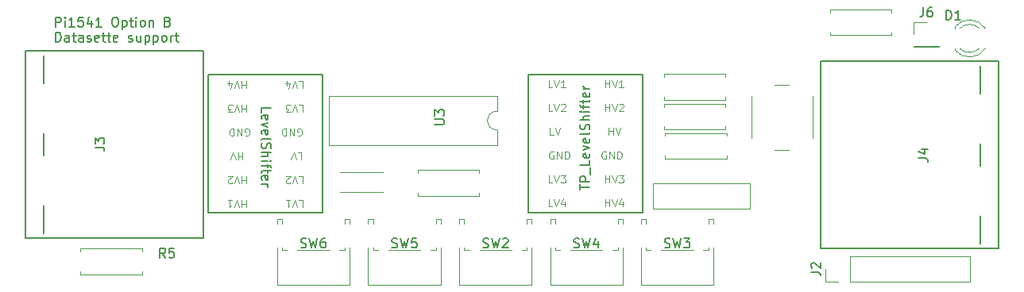
<source format=gto>
G04 #@! TF.GenerationSoftware,KiCad,Pcbnew,7.0.7*
G04 #@! TF.CreationDate,2023-09-14T21:09:40+02:00*
G04 #@! TF.ProjectId,Pi1541ZeroPCB2,50693135-3431-45a6-9572-6f504342322e,rev?*
G04 #@! TF.SameCoordinates,Original*
G04 #@! TF.FileFunction,Legend,Top*
G04 #@! TF.FilePolarity,Positive*
%FSLAX46Y46*%
G04 Gerber Fmt 4.6, Leading zero omitted, Abs format (unit mm)*
G04 Created by KiCad (PCBNEW 7.0.7) date 2023-09-14 21:09:40*
%MOMM*%
%LPD*%
G01*
G04 APERTURE LIST*
%ADD10C,0.150000*%
%ADD11C,0.110000*%
%ADD12C,0.120000*%
G04 APERTURE END LIST*
D10*
X83899989Y-72129015D02*
X83899989Y-71129015D01*
X83899989Y-71129015D02*
X84280941Y-71129015D01*
X84280941Y-71129015D02*
X84376179Y-71176634D01*
X84376179Y-71176634D02*
X84423798Y-71224253D01*
X84423798Y-71224253D02*
X84471417Y-71319491D01*
X84471417Y-71319491D02*
X84471417Y-71462348D01*
X84471417Y-71462348D02*
X84423798Y-71557586D01*
X84423798Y-71557586D02*
X84376179Y-71605205D01*
X84376179Y-71605205D02*
X84280941Y-71652824D01*
X84280941Y-71652824D02*
X83899989Y-71652824D01*
X84899989Y-72129015D02*
X84899989Y-71462348D01*
X84899989Y-71129015D02*
X84852370Y-71176634D01*
X84852370Y-71176634D02*
X84899989Y-71224253D01*
X84899989Y-71224253D02*
X84947608Y-71176634D01*
X84947608Y-71176634D02*
X84899989Y-71129015D01*
X84899989Y-71129015D02*
X84899989Y-71224253D01*
X85899988Y-72129015D02*
X85328560Y-72129015D01*
X85614274Y-72129015D02*
X85614274Y-71129015D01*
X85614274Y-71129015D02*
X85519036Y-71271872D01*
X85519036Y-71271872D02*
X85423798Y-71367110D01*
X85423798Y-71367110D02*
X85328560Y-71414729D01*
X86804750Y-71129015D02*
X86328560Y-71129015D01*
X86328560Y-71129015D02*
X86280941Y-71605205D01*
X86280941Y-71605205D02*
X86328560Y-71557586D01*
X86328560Y-71557586D02*
X86423798Y-71509967D01*
X86423798Y-71509967D02*
X86661893Y-71509967D01*
X86661893Y-71509967D02*
X86757131Y-71557586D01*
X86757131Y-71557586D02*
X86804750Y-71605205D01*
X86804750Y-71605205D02*
X86852369Y-71700443D01*
X86852369Y-71700443D02*
X86852369Y-71938538D01*
X86852369Y-71938538D02*
X86804750Y-72033776D01*
X86804750Y-72033776D02*
X86757131Y-72081396D01*
X86757131Y-72081396D02*
X86661893Y-72129015D01*
X86661893Y-72129015D02*
X86423798Y-72129015D01*
X86423798Y-72129015D02*
X86328560Y-72081396D01*
X86328560Y-72081396D02*
X86280941Y-72033776D01*
X87709512Y-71462348D02*
X87709512Y-72129015D01*
X87471417Y-71081396D02*
X87233322Y-71795681D01*
X87233322Y-71795681D02*
X87852369Y-71795681D01*
X88757131Y-72129015D02*
X88185703Y-72129015D01*
X88471417Y-72129015D02*
X88471417Y-71129015D01*
X88471417Y-71129015D02*
X88376179Y-71271872D01*
X88376179Y-71271872D02*
X88280941Y-71367110D01*
X88280941Y-71367110D02*
X88185703Y-71414729D01*
X90138084Y-71129015D02*
X90328560Y-71129015D01*
X90328560Y-71129015D02*
X90423798Y-71176634D01*
X90423798Y-71176634D02*
X90519036Y-71271872D01*
X90519036Y-71271872D02*
X90566655Y-71462348D01*
X90566655Y-71462348D02*
X90566655Y-71795681D01*
X90566655Y-71795681D02*
X90519036Y-71986157D01*
X90519036Y-71986157D02*
X90423798Y-72081396D01*
X90423798Y-72081396D02*
X90328560Y-72129015D01*
X90328560Y-72129015D02*
X90138084Y-72129015D01*
X90138084Y-72129015D02*
X90042846Y-72081396D01*
X90042846Y-72081396D02*
X89947608Y-71986157D01*
X89947608Y-71986157D02*
X89899989Y-71795681D01*
X89899989Y-71795681D02*
X89899989Y-71462348D01*
X89899989Y-71462348D02*
X89947608Y-71271872D01*
X89947608Y-71271872D02*
X90042846Y-71176634D01*
X90042846Y-71176634D02*
X90138084Y-71129015D01*
X90995227Y-71462348D02*
X90995227Y-72462348D01*
X90995227Y-71509967D02*
X91090465Y-71462348D01*
X91090465Y-71462348D02*
X91280941Y-71462348D01*
X91280941Y-71462348D02*
X91376179Y-71509967D01*
X91376179Y-71509967D02*
X91423798Y-71557586D01*
X91423798Y-71557586D02*
X91471417Y-71652824D01*
X91471417Y-71652824D02*
X91471417Y-71938538D01*
X91471417Y-71938538D02*
X91423798Y-72033776D01*
X91423798Y-72033776D02*
X91376179Y-72081396D01*
X91376179Y-72081396D02*
X91280941Y-72129015D01*
X91280941Y-72129015D02*
X91090465Y-72129015D01*
X91090465Y-72129015D02*
X90995227Y-72081396D01*
X91757132Y-71462348D02*
X92138084Y-71462348D01*
X91899989Y-71129015D02*
X91899989Y-71986157D01*
X91899989Y-71986157D02*
X91947608Y-72081396D01*
X91947608Y-72081396D02*
X92042846Y-72129015D01*
X92042846Y-72129015D02*
X92138084Y-72129015D01*
X92471418Y-72129015D02*
X92471418Y-71462348D01*
X92471418Y-71129015D02*
X92423799Y-71176634D01*
X92423799Y-71176634D02*
X92471418Y-71224253D01*
X92471418Y-71224253D02*
X92519037Y-71176634D01*
X92519037Y-71176634D02*
X92471418Y-71129015D01*
X92471418Y-71129015D02*
X92471418Y-71224253D01*
X93090465Y-72129015D02*
X92995227Y-72081396D01*
X92995227Y-72081396D02*
X92947608Y-72033776D01*
X92947608Y-72033776D02*
X92899989Y-71938538D01*
X92899989Y-71938538D02*
X92899989Y-71652824D01*
X92899989Y-71652824D02*
X92947608Y-71557586D01*
X92947608Y-71557586D02*
X92995227Y-71509967D01*
X92995227Y-71509967D02*
X93090465Y-71462348D01*
X93090465Y-71462348D02*
X93233322Y-71462348D01*
X93233322Y-71462348D02*
X93328560Y-71509967D01*
X93328560Y-71509967D02*
X93376179Y-71557586D01*
X93376179Y-71557586D02*
X93423798Y-71652824D01*
X93423798Y-71652824D02*
X93423798Y-71938538D01*
X93423798Y-71938538D02*
X93376179Y-72033776D01*
X93376179Y-72033776D02*
X93328560Y-72081396D01*
X93328560Y-72081396D02*
X93233322Y-72129015D01*
X93233322Y-72129015D02*
X93090465Y-72129015D01*
X93852370Y-71462348D02*
X93852370Y-72129015D01*
X93852370Y-71557586D02*
X93899989Y-71509967D01*
X93899989Y-71509967D02*
X93995227Y-71462348D01*
X93995227Y-71462348D02*
X94138084Y-71462348D01*
X94138084Y-71462348D02*
X94233322Y-71509967D01*
X94233322Y-71509967D02*
X94280941Y-71605205D01*
X94280941Y-71605205D02*
X94280941Y-72129015D01*
X95852370Y-71605205D02*
X95995227Y-71652824D01*
X95995227Y-71652824D02*
X96042846Y-71700443D01*
X96042846Y-71700443D02*
X96090465Y-71795681D01*
X96090465Y-71795681D02*
X96090465Y-71938538D01*
X96090465Y-71938538D02*
X96042846Y-72033776D01*
X96042846Y-72033776D02*
X95995227Y-72081396D01*
X95995227Y-72081396D02*
X95899989Y-72129015D01*
X95899989Y-72129015D02*
X95519037Y-72129015D01*
X95519037Y-72129015D02*
X95519037Y-71129015D01*
X95519037Y-71129015D02*
X95852370Y-71129015D01*
X95852370Y-71129015D02*
X95947608Y-71176634D01*
X95947608Y-71176634D02*
X95995227Y-71224253D01*
X95995227Y-71224253D02*
X96042846Y-71319491D01*
X96042846Y-71319491D02*
X96042846Y-71414729D01*
X96042846Y-71414729D02*
X95995227Y-71509967D01*
X95995227Y-71509967D02*
X95947608Y-71557586D01*
X95947608Y-71557586D02*
X95852370Y-71605205D01*
X95852370Y-71605205D02*
X95519037Y-71605205D01*
X83899989Y-73739015D02*
X83899989Y-72739015D01*
X83899989Y-72739015D02*
X84138084Y-72739015D01*
X84138084Y-72739015D02*
X84280941Y-72786634D01*
X84280941Y-72786634D02*
X84376179Y-72881872D01*
X84376179Y-72881872D02*
X84423798Y-72977110D01*
X84423798Y-72977110D02*
X84471417Y-73167586D01*
X84471417Y-73167586D02*
X84471417Y-73310443D01*
X84471417Y-73310443D02*
X84423798Y-73500919D01*
X84423798Y-73500919D02*
X84376179Y-73596157D01*
X84376179Y-73596157D02*
X84280941Y-73691396D01*
X84280941Y-73691396D02*
X84138084Y-73739015D01*
X84138084Y-73739015D02*
X83899989Y-73739015D01*
X85328560Y-73739015D02*
X85328560Y-73215205D01*
X85328560Y-73215205D02*
X85280941Y-73119967D01*
X85280941Y-73119967D02*
X85185703Y-73072348D01*
X85185703Y-73072348D02*
X84995227Y-73072348D01*
X84995227Y-73072348D02*
X84899989Y-73119967D01*
X85328560Y-73691396D02*
X85233322Y-73739015D01*
X85233322Y-73739015D02*
X84995227Y-73739015D01*
X84995227Y-73739015D02*
X84899989Y-73691396D01*
X84899989Y-73691396D02*
X84852370Y-73596157D01*
X84852370Y-73596157D02*
X84852370Y-73500919D01*
X84852370Y-73500919D02*
X84899989Y-73405681D01*
X84899989Y-73405681D02*
X84995227Y-73358062D01*
X84995227Y-73358062D02*
X85233322Y-73358062D01*
X85233322Y-73358062D02*
X85328560Y-73310443D01*
X85661894Y-73072348D02*
X86042846Y-73072348D01*
X85804751Y-72739015D02*
X85804751Y-73596157D01*
X85804751Y-73596157D02*
X85852370Y-73691396D01*
X85852370Y-73691396D02*
X85947608Y-73739015D01*
X85947608Y-73739015D02*
X86042846Y-73739015D01*
X86804751Y-73739015D02*
X86804751Y-73215205D01*
X86804751Y-73215205D02*
X86757132Y-73119967D01*
X86757132Y-73119967D02*
X86661894Y-73072348D01*
X86661894Y-73072348D02*
X86471418Y-73072348D01*
X86471418Y-73072348D02*
X86376180Y-73119967D01*
X86804751Y-73691396D02*
X86709513Y-73739015D01*
X86709513Y-73739015D02*
X86471418Y-73739015D01*
X86471418Y-73739015D02*
X86376180Y-73691396D01*
X86376180Y-73691396D02*
X86328561Y-73596157D01*
X86328561Y-73596157D02*
X86328561Y-73500919D01*
X86328561Y-73500919D02*
X86376180Y-73405681D01*
X86376180Y-73405681D02*
X86471418Y-73358062D01*
X86471418Y-73358062D02*
X86709513Y-73358062D01*
X86709513Y-73358062D02*
X86804751Y-73310443D01*
X87233323Y-73691396D02*
X87328561Y-73739015D01*
X87328561Y-73739015D02*
X87519037Y-73739015D01*
X87519037Y-73739015D02*
X87614275Y-73691396D01*
X87614275Y-73691396D02*
X87661894Y-73596157D01*
X87661894Y-73596157D02*
X87661894Y-73548538D01*
X87661894Y-73548538D02*
X87614275Y-73453300D01*
X87614275Y-73453300D02*
X87519037Y-73405681D01*
X87519037Y-73405681D02*
X87376180Y-73405681D01*
X87376180Y-73405681D02*
X87280942Y-73358062D01*
X87280942Y-73358062D02*
X87233323Y-73262824D01*
X87233323Y-73262824D02*
X87233323Y-73215205D01*
X87233323Y-73215205D02*
X87280942Y-73119967D01*
X87280942Y-73119967D02*
X87376180Y-73072348D01*
X87376180Y-73072348D02*
X87519037Y-73072348D01*
X87519037Y-73072348D02*
X87614275Y-73119967D01*
X88471418Y-73691396D02*
X88376180Y-73739015D01*
X88376180Y-73739015D02*
X88185704Y-73739015D01*
X88185704Y-73739015D02*
X88090466Y-73691396D01*
X88090466Y-73691396D02*
X88042847Y-73596157D01*
X88042847Y-73596157D02*
X88042847Y-73215205D01*
X88042847Y-73215205D02*
X88090466Y-73119967D01*
X88090466Y-73119967D02*
X88185704Y-73072348D01*
X88185704Y-73072348D02*
X88376180Y-73072348D01*
X88376180Y-73072348D02*
X88471418Y-73119967D01*
X88471418Y-73119967D02*
X88519037Y-73215205D01*
X88519037Y-73215205D02*
X88519037Y-73310443D01*
X88519037Y-73310443D02*
X88042847Y-73405681D01*
X88804752Y-73072348D02*
X89185704Y-73072348D01*
X88947609Y-72739015D02*
X88947609Y-73596157D01*
X88947609Y-73596157D02*
X88995228Y-73691396D01*
X88995228Y-73691396D02*
X89090466Y-73739015D01*
X89090466Y-73739015D02*
X89185704Y-73739015D01*
X89376181Y-73072348D02*
X89757133Y-73072348D01*
X89519038Y-72739015D02*
X89519038Y-73596157D01*
X89519038Y-73596157D02*
X89566657Y-73691396D01*
X89566657Y-73691396D02*
X89661895Y-73739015D01*
X89661895Y-73739015D02*
X89757133Y-73739015D01*
X90471419Y-73691396D02*
X90376181Y-73739015D01*
X90376181Y-73739015D02*
X90185705Y-73739015D01*
X90185705Y-73739015D02*
X90090467Y-73691396D01*
X90090467Y-73691396D02*
X90042848Y-73596157D01*
X90042848Y-73596157D02*
X90042848Y-73215205D01*
X90042848Y-73215205D02*
X90090467Y-73119967D01*
X90090467Y-73119967D02*
X90185705Y-73072348D01*
X90185705Y-73072348D02*
X90376181Y-73072348D01*
X90376181Y-73072348D02*
X90471419Y-73119967D01*
X90471419Y-73119967D02*
X90519038Y-73215205D01*
X90519038Y-73215205D02*
X90519038Y-73310443D01*
X90519038Y-73310443D02*
X90042848Y-73405681D01*
X91661896Y-73691396D02*
X91757134Y-73739015D01*
X91757134Y-73739015D02*
X91947610Y-73739015D01*
X91947610Y-73739015D02*
X92042848Y-73691396D01*
X92042848Y-73691396D02*
X92090467Y-73596157D01*
X92090467Y-73596157D02*
X92090467Y-73548538D01*
X92090467Y-73548538D02*
X92042848Y-73453300D01*
X92042848Y-73453300D02*
X91947610Y-73405681D01*
X91947610Y-73405681D02*
X91804753Y-73405681D01*
X91804753Y-73405681D02*
X91709515Y-73358062D01*
X91709515Y-73358062D02*
X91661896Y-73262824D01*
X91661896Y-73262824D02*
X91661896Y-73215205D01*
X91661896Y-73215205D02*
X91709515Y-73119967D01*
X91709515Y-73119967D02*
X91804753Y-73072348D01*
X91804753Y-73072348D02*
X91947610Y-73072348D01*
X91947610Y-73072348D02*
X92042848Y-73119967D01*
X92947610Y-73072348D02*
X92947610Y-73739015D01*
X92519039Y-73072348D02*
X92519039Y-73596157D01*
X92519039Y-73596157D02*
X92566658Y-73691396D01*
X92566658Y-73691396D02*
X92661896Y-73739015D01*
X92661896Y-73739015D02*
X92804753Y-73739015D01*
X92804753Y-73739015D02*
X92899991Y-73691396D01*
X92899991Y-73691396D02*
X92947610Y-73643776D01*
X93423801Y-73072348D02*
X93423801Y-74072348D01*
X93423801Y-73119967D02*
X93519039Y-73072348D01*
X93519039Y-73072348D02*
X93709515Y-73072348D01*
X93709515Y-73072348D02*
X93804753Y-73119967D01*
X93804753Y-73119967D02*
X93852372Y-73167586D01*
X93852372Y-73167586D02*
X93899991Y-73262824D01*
X93899991Y-73262824D02*
X93899991Y-73548538D01*
X93899991Y-73548538D02*
X93852372Y-73643776D01*
X93852372Y-73643776D02*
X93804753Y-73691396D01*
X93804753Y-73691396D02*
X93709515Y-73739015D01*
X93709515Y-73739015D02*
X93519039Y-73739015D01*
X93519039Y-73739015D02*
X93423801Y-73691396D01*
X94328563Y-73072348D02*
X94328563Y-74072348D01*
X94328563Y-73119967D02*
X94423801Y-73072348D01*
X94423801Y-73072348D02*
X94614277Y-73072348D01*
X94614277Y-73072348D02*
X94709515Y-73119967D01*
X94709515Y-73119967D02*
X94757134Y-73167586D01*
X94757134Y-73167586D02*
X94804753Y-73262824D01*
X94804753Y-73262824D02*
X94804753Y-73548538D01*
X94804753Y-73548538D02*
X94757134Y-73643776D01*
X94757134Y-73643776D02*
X94709515Y-73691396D01*
X94709515Y-73691396D02*
X94614277Y-73739015D01*
X94614277Y-73739015D02*
X94423801Y-73739015D01*
X94423801Y-73739015D02*
X94328563Y-73691396D01*
X95376182Y-73739015D02*
X95280944Y-73691396D01*
X95280944Y-73691396D02*
X95233325Y-73643776D01*
X95233325Y-73643776D02*
X95185706Y-73548538D01*
X95185706Y-73548538D02*
X95185706Y-73262824D01*
X95185706Y-73262824D02*
X95233325Y-73167586D01*
X95233325Y-73167586D02*
X95280944Y-73119967D01*
X95280944Y-73119967D02*
X95376182Y-73072348D01*
X95376182Y-73072348D02*
X95519039Y-73072348D01*
X95519039Y-73072348D02*
X95614277Y-73119967D01*
X95614277Y-73119967D02*
X95661896Y-73167586D01*
X95661896Y-73167586D02*
X95709515Y-73262824D01*
X95709515Y-73262824D02*
X95709515Y-73548538D01*
X95709515Y-73548538D02*
X95661896Y-73643776D01*
X95661896Y-73643776D02*
X95614277Y-73691396D01*
X95614277Y-73691396D02*
X95519039Y-73739015D01*
X95519039Y-73739015D02*
X95376182Y-73739015D01*
X96138087Y-73739015D02*
X96138087Y-73072348D01*
X96138087Y-73262824D02*
X96185706Y-73167586D01*
X96185706Y-73167586D02*
X96233325Y-73119967D01*
X96233325Y-73119967D02*
X96328563Y-73072348D01*
X96328563Y-73072348D02*
X96423801Y-73072348D01*
X96614278Y-73072348D02*
X96995230Y-73072348D01*
X96757135Y-72739015D02*
X96757135Y-73596157D01*
X96757135Y-73596157D02*
X96804754Y-73691396D01*
X96804754Y-73691396D02*
X96899992Y-73739015D01*
X96899992Y-73739015D02*
X96995230Y-73739015D01*
X176349537Y-70077452D02*
X176349537Y-70791737D01*
X176349537Y-70791737D02*
X176301918Y-70934594D01*
X176301918Y-70934594D02*
X176206680Y-71029833D01*
X176206680Y-71029833D02*
X176063823Y-71077452D01*
X176063823Y-71077452D02*
X175968585Y-71077452D01*
X177254299Y-70077452D02*
X177063823Y-70077452D01*
X177063823Y-70077452D02*
X176968585Y-70125071D01*
X176968585Y-70125071D02*
X176920966Y-70172690D01*
X176920966Y-70172690D02*
X176825728Y-70315547D01*
X176825728Y-70315547D02*
X176778109Y-70506023D01*
X176778109Y-70506023D02*
X176778109Y-70886975D01*
X176778109Y-70886975D02*
X176825728Y-70982213D01*
X176825728Y-70982213D02*
X176873347Y-71029833D01*
X176873347Y-71029833D02*
X176968585Y-71077452D01*
X176968585Y-71077452D02*
X177159061Y-71077452D01*
X177159061Y-71077452D02*
X177254299Y-71029833D01*
X177254299Y-71029833D02*
X177301918Y-70982213D01*
X177301918Y-70982213D02*
X177349537Y-70886975D01*
X177349537Y-70886975D02*
X177349537Y-70648880D01*
X177349537Y-70648880D02*
X177301918Y-70553642D01*
X177301918Y-70553642D02*
X177254299Y-70506023D01*
X177254299Y-70506023D02*
X177159061Y-70458404D01*
X177159061Y-70458404D02*
X176968585Y-70458404D01*
X176968585Y-70458404D02*
X176873347Y-70506023D01*
X176873347Y-70506023D02*
X176825728Y-70553642D01*
X176825728Y-70553642D02*
X176778109Y-70648880D01*
X124293554Y-82569628D02*
X125103077Y-82569628D01*
X125103077Y-82569628D02*
X125198315Y-82522009D01*
X125198315Y-82522009D02*
X125245935Y-82474390D01*
X125245935Y-82474390D02*
X125293554Y-82379152D01*
X125293554Y-82379152D02*
X125293554Y-82188676D01*
X125293554Y-82188676D02*
X125245935Y-82093438D01*
X125245935Y-82093438D02*
X125198315Y-82045819D01*
X125198315Y-82045819D02*
X125103077Y-81998200D01*
X125103077Y-81998200D02*
X124293554Y-81998200D01*
X124293554Y-81617247D02*
X124293554Y-80998200D01*
X124293554Y-80998200D02*
X124674506Y-81331533D01*
X124674506Y-81331533D02*
X124674506Y-81188676D01*
X124674506Y-81188676D02*
X124722125Y-81093438D01*
X124722125Y-81093438D02*
X124769744Y-81045819D01*
X124769744Y-81045819D02*
X124864982Y-80998200D01*
X124864982Y-80998200D02*
X125103077Y-80998200D01*
X125103077Y-80998200D02*
X125198315Y-81045819D01*
X125198315Y-81045819D02*
X125245935Y-81093438D01*
X125245935Y-81093438D02*
X125293554Y-81188676D01*
X125293554Y-81188676D02*
X125293554Y-81474390D01*
X125293554Y-81474390D02*
X125245935Y-81569628D01*
X125245935Y-81569628D02*
X125198315Y-81617247D01*
X178806731Y-71387441D02*
X178806731Y-70387441D01*
X178806731Y-70387441D02*
X179044826Y-70387441D01*
X179044826Y-70387441D02*
X179187683Y-70435060D01*
X179187683Y-70435060D02*
X179282921Y-70530298D01*
X179282921Y-70530298D02*
X179330540Y-70625536D01*
X179330540Y-70625536D02*
X179378159Y-70816012D01*
X179378159Y-70816012D02*
X179378159Y-70958869D01*
X179378159Y-70958869D02*
X179330540Y-71149345D01*
X179330540Y-71149345D02*
X179282921Y-71244583D01*
X179282921Y-71244583D02*
X179187683Y-71339822D01*
X179187683Y-71339822D02*
X179044826Y-71387441D01*
X179044826Y-71387441D02*
X178806731Y-71387441D01*
X180330540Y-71387441D02*
X179759112Y-71387441D01*
X180044826Y-71387441D02*
X180044826Y-70387441D01*
X180044826Y-70387441D02*
X179949588Y-70530298D01*
X179949588Y-70530298D02*
X179854350Y-70625536D01*
X179854350Y-70625536D02*
X179759112Y-70673155D01*
X129442457Y-95670687D02*
X129585314Y-95718306D01*
X129585314Y-95718306D02*
X129823409Y-95718306D01*
X129823409Y-95718306D02*
X129918647Y-95670687D01*
X129918647Y-95670687D02*
X129966266Y-95623067D01*
X129966266Y-95623067D02*
X130013885Y-95527829D01*
X130013885Y-95527829D02*
X130013885Y-95432591D01*
X130013885Y-95432591D02*
X129966266Y-95337353D01*
X129966266Y-95337353D02*
X129918647Y-95289734D01*
X129918647Y-95289734D02*
X129823409Y-95242115D01*
X129823409Y-95242115D02*
X129632933Y-95194496D01*
X129632933Y-95194496D02*
X129537695Y-95146877D01*
X129537695Y-95146877D02*
X129490076Y-95099258D01*
X129490076Y-95099258D02*
X129442457Y-95004020D01*
X129442457Y-95004020D02*
X129442457Y-94908782D01*
X129442457Y-94908782D02*
X129490076Y-94813544D01*
X129490076Y-94813544D02*
X129537695Y-94765925D01*
X129537695Y-94765925D02*
X129632933Y-94718306D01*
X129632933Y-94718306D02*
X129871028Y-94718306D01*
X129871028Y-94718306D02*
X130013885Y-94765925D01*
X130347219Y-94718306D02*
X130585314Y-95718306D01*
X130585314Y-95718306D02*
X130775790Y-95004020D01*
X130775790Y-95004020D02*
X130966266Y-95718306D01*
X130966266Y-95718306D02*
X131204362Y-94718306D01*
X131537695Y-94813544D02*
X131585314Y-94765925D01*
X131585314Y-94765925D02*
X131680552Y-94718306D01*
X131680552Y-94718306D02*
X131918647Y-94718306D01*
X131918647Y-94718306D02*
X132013885Y-94765925D01*
X132013885Y-94765925D02*
X132061504Y-94813544D01*
X132061504Y-94813544D02*
X132109123Y-94908782D01*
X132109123Y-94908782D02*
X132109123Y-95004020D01*
X132109123Y-95004020D02*
X132061504Y-95146877D01*
X132061504Y-95146877D02*
X131490076Y-95718306D01*
X131490076Y-95718306D02*
X132109123Y-95718306D01*
X88081608Y-85010503D02*
X88795893Y-85010503D01*
X88795893Y-85010503D02*
X88938750Y-85058122D01*
X88938750Y-85058122D02*
X89033989Y-85153360D01*
X89033989Y-85153360D02*
X89081608Y-85296217D01*
X89081608Y-85296217D02*
X89081608Y-85391455D01*
X88081608Y-84629550D02*
X88081608Y-84010503D01*
X88081608Y-84010503D02*
X88462560Y-84343836D01*
X88462560Y-84343836D02*
X88462560Y-84200979D01*
X88462560Y-84200979D02*
X88510179Y-84105741D01*
X88510179Y-84105741D02*
X88557798Y-84058122D01*
X88557798Y-84058122D02*
X88653036Y-84010503D01*
X88653036Y-84010503D02*
X88891131Y-84010503D01*
X88891131Y-84010503D02*
X88986369Y-84058122D01*
X88986369Y-84058122D02*
X89033989Y-84105741D01*
X89033989Y-84105741D02*
X89081608Y-84200979D01*
X89081608Y-84200979D02*
X89081608Y-84486693D01*
X89081608Y-84486693D02*
X89033989Y-84581931D01*
X89033989Y-84581931D02*
X88986369Y-84629550D01*
X119720300Y-95670687D02*
X119863157Y-95718306D01*
X119863157Y-95718306D02*
X120101252Y-95718306D01*
X120101252Y-95718306D02*
X120196490Y-95670687D01*
X120196490Y-95670687D02*
X120244109Y-95623067D01*
X120244109Y-95623067D02*
X120291728Y-95527829D01*
X120291728Y-95527829D02*
X120291728Y-95432591D01*
X120291728Y-95432591D02*
X120244109Y-95337353D01*
X120244109Y-95337353D02*
X120196490Y-95289734D01*
X120196490Y-95289734D02*
X120101252Y-95242115D01*
X120101252Y-95242115D02*
X119910776Y-95194496D01*
X119910776Y-95194496D02*
X119815538Y-95146877D01*
X119815538Y-95146877D02*
X119767919Y-95099258D01*
X119767919Y-95099258D02*
X119720300Y-95004020D01*
X119720300Y-95004020D02*
X119720300Y-94908782D01*
X119720300Y-94908782D02*
X119767919Y-94813544D01*
X119767919Y-94813544D02*
X119815538Y-94765925D01*
X119815538Y-94765925D02*
X119910776Y-94718306D01*
X119910776Y-94718306D02*
X120148871Y-94718306D01*
X120148871Y-94718306D02*
X120291728Y-94765925D01*
X120625062Y-94718306D02*
X120863157Y-95718306D01*
X120863157Y-95718306D02*
X121053633Y-95004020D01*
X121053633Y-95004020D02*
X121244109Y-95718306D01*
X121244109Y-95718306D02*
X121482205Y-94718306D01*
X122339347Y-94718306D02*
X121863157Y-94718306D01*
X121863157Y-94718306D02*
X121815538Y-95194496D01*
X121815538Y-95194496D02*
X121863157Y-95146877D01*
X121863157Y-95146877D02*
X121958395Y-95099258D01*
X121958395Y-95099258D02*
X122196490Y-95099258D01*
X122196490Y-95099258D02*
X122291728Y-95146877D01*
X122291728Y-95146877D02*
X122339347Y-95194496D01*
X122339347Y-95194496D02*
X122386966Y-95289734D01*
X122386966Y-95289734D02*
X122386966Y-95527829D01*
X122386966Y-95527829D02*
X122339347Y-95623067D01*
X122339347Y-95623067D02*
X122291728Y-95670687D01*
X122291728Y-95670687D02*
X122196490Y-95718306D01*
X122196490Y-95718306D02*
X121958395Y-95718306D01*
X121958395Y-95718306D02*
X121863157Y-95670687D01*
X121863157Y-95670687D02*
X121815538Y-95623067D01*
X110014123Y-95670687D02*
X110156980Y-95718306D01*
X110156980Y-95718306D02*
X110395075Y-95718306D01*
X110395075Y-95718306D02*
X110490313Y-95670687D01*
X110490313Y-95670687D02*
X110537932Y-95623067D01*
X110537932Y-95623067D02*
X110585551Y-95527829D01*
X110585551Y-95527829D02*
X110585551Y-95432591D01*
X110585551Y-95432591D02*
X110537932Y-95337353D01*
X110537932Y-95337353D02*
X110490313Y-95289734D01*
X110490313Y-95289734D02*
X110395075Y-95242115D01*
X110395075Y-95242115D02*
X110204599Y-95194496D01*
X110204599Y-95194496D02*
X110109361Y-95146877D01*
X110109361Y-95146877D02*
X110061742Y-95099258D01*
X110061742Y-95099258D02*
X110014123Y-95004020D01*
X110014123Y-95004020D02*
X110014123Y-94908782D01*
X110014123Y-94908782D02*
X110061742Y-94813544D01*
X110061742Y-94813544D02*
X110109361Y-94765925D01*
X110109361Y-94765925D02*
X110204599Y-94718306D01*
X110204599Y-94718306D02*
X110442694Y-94718306D01*
X110442694Y-94718306D02*
X110585551Y-94765925D01*
X110918885Y-94718306D02*
X111156980Y-95718306D01*
X111156980Y-95718306D02*
X111347456Y-95004020D01*
X111347456Y-95004020D02*
X111537932Y-95718306D01*
X111537932Y-95718306D02*
X111776028Y-94718306D01*
X112585551Y-94718306D02*
X112395075Y-94718306D01*
X112395075Y-94718306D02*
X112299837Y-94765925D01*
X112299837Y-94765925D02*
X112252218Y-94813544D01*
X112252218Y-94813544D02*
X112156980Y-94956401D01*
X112156980Y-94956401D02*
X112109361Y-95146877D01*
X112109361Y-95146877D02*
X112109361Y-95527829D01*
X112109361Y-95527829D02*
X112156980Y-95623067D01*
X112156980Y-95623067D02*
X112204599Y-95670687D01*
X112204599Y-95670687D02*
X112299837Y-95718306D01*
X112299837Y-95718306D02*
X112490313Y-95718306D01*
X112490313Y-95718306D02*
X112585551Y-95670687D01*
X112585551Y-95670687D02*
X112633170Y-95623067D01*
X112633170Y-95623067D02*
X112680789Y-95527829D01*
X112680789Y-95527829D02*
X112680789Y-95289734D01*
X112680789Y-95289734D02*
X112633170Y-95194496D01*
X112633170Y-95194496D02*
X112585551Y-95146877D01*
X112585551Y-95146877D02*
X112490313Y-95099258D01*
X112490313Y-95099258D02*
X112299837Y-95099258D01*
X112299837Y-95099258D02*
X112204599Y-95146877D01*
X112204599Y-95146877D02*
X112156980Y-95194496D01*
X112156980Y-95194496D02*
X112109361Y-95289734D01*
X175858412Y-86140418D02*
X176572697Y-86140418D01*
X176572697Y-86140418D02*
X176715554Y-86188037D01*
X176715554Y-86188037D02*
X176810793Y-86283275D01*
X176810793Y-86283275D02*
X176858412Y-86426132D01*
X176858412Y-86426132D02*
X176858412Y-86521370D01*
X176191745Y-85235656D02*
X176858412Y-85235656D01*
X175810793Y-85473751D02*
X176525078Y-85711846D01*
X176525078Y-85711846D02*
X176525078Y-85092799D01*
X139116975Y-95670687D02*
X139259832Y-95718306D01*
X139259832Y-95718306D02*
X139497927Y-95718306D01*
X139497927Y-95718306D02*
X139593165Y-95670687D01*
X139593165Y-95670687D02*
X139640784Y-95623067D01*
X139640784Y-95623067D02*
X139688403Y-95527829D01*
X139688403Y-95527829D02*
X139688403Y-95432591D01*
X139688403Y-95432591D02*
X139640784Y-95337353D01*
X139640784Y-95337353D02*
X139593165Y-95289734D01*
X139593165Y-95289734D02*
X139497927Y-95242115D01*
X139497927Y-95242115D02*
X139307451Y-95194496D01*
X139307451Y-95194496D02*
X139212213Y-95146877D01*
X139212213Y-95146877D02*
X139164594Y-95099258D01*
X139164594Y-95099258D02*
X139116975Y-95004020D01*
X139116975Y-95004020D02*
X139116975Y-94908782D01*
X139116975Y-94908782D02*
X139164594Y-94813544D01*
X139164594Y-94813544D02*
X139212213Y-94765925D01*
X139212213Y-94765925D02*
X139307451Y-94718306D01*
X139307451Y-94718306D02*
X139545546Y-94718306D01*
X139545546Y-94718306D02*
X139688403Y-94765925D01*
X140021737Y-94718306D02*
X140259832Y-95718306D01*
X140259832Y-95718306D02*
X140450308Y-95004020D01*
X140450308Y-95004020D02*
X140640784Y-95718306D01*
X140640784Y-95718306D02*
X140878880Y-94718306D01*
X141688403Y-95051639D02*
X141688403Y-95718306D01*
X141450308Y-94670687D02*
X141212213Y-95384972D01*
X141212213Y-95384972D02*
X141831260Y-95384972D01*
X139800977Y-89540480D02*
X139800977Y-88969052D01*
X140800977Y-89254766D02*
X139800977Y-89254766D01*
X140800977Y-88635718D02*
X139800977Y-88635718D01*
X139800977Y-88635718D02*
X139800977Y-88254766D01*
X139800977Y-88254766D02*
X139848596Y-88159528D01*
X139848596Y-88159528D02*
X139896215Y-88111909D01*
X139896215Y-88111909D02*
X139991453Y-88064290D01*
X139991453Y-88064290D02*
X140134310Y-88064290D01*
X140134310Y-88064290D02*
X140229548Y-88111909D01*
X140229548Y-88111909D02*
X140277167Y-88159528D01*
X140277167Y-88159528D02*
X140324786Y-88254766D01*
X140324786Y-88254766D02*
X140324786Y-88635718D01*
X140896215Y-87873814D02*
X140896215Y-87111909D01*
X140800977Y-86397623D02*
X140800977Y-86873813D01*
X140800977Y-86873813D02*
X139800977Y-86873813D01*
X140753358Y-85683337D02*
X140800977Y-85778575D01*
X140800977Y-85778575D02*
X140800977Y-85969051D01*
X140800977Y-85969051D02*
X140753358Y-86064289D01*
X140753358Y-86064289D02*
X140658119Y-86111908D01*
X140658119Y-86111908D02*
X140277167Y-86111908D01*
X140277167Y-86111908D02*
X140181929Y-86064289D01*
X140181929Y-86064289D02*
X140134310Y-85969051D01*
X140134310Y-85969051D02*
X140134310Y-85778575D01*
X140134310Y-85778575D02*
X140181929Y-85683337D01*
X140181929Y-85683337D02*
X140277167Y-85635718D01*
X140277167Y-85635718D02*
X140372405Y-85635718D01*
X140372405Y-85635718D02*
X140467643Y-86111908D01*
X140134310Y-85302384D02*
X140800977Y-85064289D01*
X140800977Y-85064289D02*
X140134310Y-84826194D01*
X140753358Y-84064289D02*
X140800977Y-84159527D01*
X140800977Y-84159527D02*
X140800977Y-84350003D01*
X140800977Y-84350003D02*
X140753358Y-84445241D01*
X140753358Y-84445241D02*
X140658119Y-84492860D01*
X140658119Y-84492860D02*
X140277167Y-84492860D01*
X140277167Y-84492860D02*
X140181929Y-84445241D01*
X140181929Y-84445241D02*
X140134310Y-84350003D01*
X140134310Y-84350003D02*
X140134310Y-84159527D01*
X140134310Y-84159527D02*
X140181929Y-84064289D01*
X140181929Y-84064289D02*
X140277167Y-84016670D01*
X140277167Y-84016670D02*
X140372405Y-84016670D01*
X140372405Y-84016670D02*
X140467643Y-84492860D01*
X140800977Y-83445241D02*
X140753358Y-83540479D01*
X140753358Y-83540479D02*
X140658119Y-83588098D01*
X140658119Y-83588098D02*
X139800977Y-83588098D01*
X140753358Y-83111907D02*
X140800977Y-82969050D01*
X140800977Y-82969050D02*
X140800977Y-82730955D01*
X140800977Y-82730955D02*
X140753358Y-82635717D01*
X140753358Y-82635717D02*
X140705738Y-82588098D01*
X140705738Y-82588098D02*
X140610500Y-82540479D01*
X140610500Y-82540479D02*
X140515262Y-82540479D01*
X140515262Y-82540479D02*
X140420024Y-82588098D01*
X140420024Y-82588098D02*
X140372405Y-82635717D01*
X140372405Y-82635717D02*
X140324786Y-82730955D01*
X140324786Y-82730955D02*
X140277167Y-82921431D01*
X140277167Y-82921431D02*
X140229548Y-83016669D01*
X140229548Y-83016669D02*
X140181929Y-83064288D01*
X140181929Y-83064288D02*
X140086691Y-83111907D01*
X140086691Y-83111907D02*
X139991453Y-83111907D01*
X139991453Y-83111907D02*
X139896215Y-83064288D01*
X139896215Y-83064288D02*
X139848596Y-83016669D01*
X139848596Y-83016669D02*
X139800977Y-82921431D01*
X139800977Y-82921431D02*
X139800977Y-82683336D01*
X139800977Y-82683336D02*
X139848596Y-82540479D01*
X140800977Y-82111907D02*
X139800977Y-82111907D01*
X140800977Y-81683336D02*
X140277167Y-81683336D01*
X140277167Y-81683336D02*
X140181929Y-81730955D01*
X140181929Y-81730955D02*
X140134310Y-81826193D01*
X140134310Y-81826193D02*
X140134310Y-81969050D01*
X140134310Y-81969050D02*
X140181929Y-82064288D01*
X140181929Y-82064288D02*
X140229548Y-82111907D01*
X140800977Y-81207145D02*
X140134310Y-81207145D01*
X139800977Y-81207145D02*
X139848596Y-81254764D01*
X139848596Y-81254764D02*
X139896215Y-81207145D01*
X139896215Y-81207145D02*
X139848596Y-81159526D01*
X139848596Y-81159526D02*
X139800977Y-81207145D01*
X139800977Y-81207145D02*
X139896215Y-81207145D01*
X140134310Y-80873812D02*
X140134310Y-80492860D01*
X140800977Y-80730955D02*
X139943834Y-80730955D01*
X139943834Y-80730955D02*
X139848596Y-80683336D01*
X139848596Y-80683336D02*
X139800977Y-80588098D01*
X139800977Y-80588098D02*
X139800977Y-80492860D01*
X140134310Y-80302383D02*
X140134310Y-79921431D01*
X139800977Y-80159526D02*
X140658119Y-80159526D01*
X140658119Y-80159526D02*
X140753358Y-80111907D01*
X140753358Y-80111907D02*
X140800977Y-80016669D01*
X140800977Y-80016669D02*
X140800977Y-79921431D01*
X140753358Y-79207145D02*
X140800977Y-79302383D01*
X140800977Y-79302383D02*
X140800977Y-79492859D01*
X140800977Y-79492859D02*
X140753358Y-79588097D01*
X140753358Y-79588097D02*
X140658119Y-79635716D01*
X140658119Y-79635716D02*
X140277167Y-79635716D01*
X140277167Y-79635716D02*
X140181929Y-79588097D01*
X140181929Y-79588097D02*
X140134310Y-79492859D01*
X140134310Y-79492859D02*
X140134310Y-79302383D01*
X140134310Y-79302383D02*
X140181929Y-79207145D01*
X140181929Y-79207145D02*
X140277167Y-79159526D01*
X140277167Y-79159526D02*
X140372405Y-79159526D01*
X140372405Y-79159526D02*
X140467643Y-79635716D01*
X140800977Y-78730954D02*
X140134310Y-78730954D01*
X140324786Y-78730954D02*
X140229548Y-78683335D01*
X140229548Y-78683335D02*
X140181929Y-78635716D01*
X140181929Y-78635716D02*
X140134310Y-78540478D01*
X140134310Y-78540478D02*
X140134310Y-78445240D01*
D11*
X142454556Y-81170063D02*
X142454556Y-80370063D01*
X142454556Y-80751015D02*
X142911699Y-80751015D01*
X142911699Y-81170063D02*
X142911699Y-80370063D01*
X143178365Y-80370063D02*
X143445032Y-81170063D01*
X143445032Y-81170063D02*
X143711698Y-80370063D01*
X143940269Y-80446253D02*
X143978365Y-80408158D01*
X143978365Y-80408158D02*
X144054555Y-80370063D01*
X144054555Y-80370063D02*
X144245031Y-80370063D01*
X144245031Y-80370063D02*
X144321222Y-80408158D01*
X144321222Y-80408158D02*
X144359317Y-80446253D01*
X144359317Y-80446253D02*
X144397412Y-80522444D01*
X144397412Y-80522444D02*
X144397412Y-80598634D01*
X144397412Y-80598634D02*
X144359317Y-80712920D01*
X144359317Y-80712920D02*
X143902174Y-81170063D01*
X143902174Y-81170063D02*
X144397412Y-81170063D01*
X136961699Y-83710063D02*
X136580747Y-83710063D01*
X136580747Y-83710063D02*
X136580747Y-82910063D01*
X137114080Y-82910063D02*
X137380747Y-83710063D01*
X137380747Y-83710063D02*
X137647413Y-82910063D01*
X142454556Y-78630063D02*
X142454556Y-77830063D01*
X142454556Y-78211015D02*
X142911699Y-78211015D01*
X142911699Y-78630063D02*
X142911699Y-77830063D01*
X143178365Y-77830063D02*
X143445032Y-78630063D01*
X143445032Y-78630063D02*
X143711698Y-77830063D01*
X144397412Y-78630063D02*
X143940269Y-78630063D01*
X144168841Y-78630063D02*
X144168841Y-77830063D01*
X144168841Y-77830063D02*
X144092650Y-77944348D01*
X144092650Y-77944348D02*
X144016460Y-78020539D01*
X144016460Y-78020539D02*
X143940269Y-78058634D01*
X136834746Y-88790063D02*
X136453794Y-88790063D01*
X136453794Y-88790063D02*
X136453794Y-87990063D01*
X136987127Y-87990063D02*
X137253794Y-88790063D01*
X137253794Y-88790063D02*
X137520460Y-87990063D01*
X137710936Y-87990063D02*
X138206174Y-87990063D01*
X138206174Y-87990063D02*
X137939508Y-88294825D01*
X137939508Y-88294825D02*
X138053793Y-88294825D01*
X138053793Y-88294825D02*
X138129984Y-88332920D01*
X138129984Y-88332920D02*
X138168079Y-88371015D01*
X138168079Y-88371015D02*
X138206174Y-88447206D01*
X138206174Y-88447206D02*
X138206174Y-88637682D01*
X138206174Y-88637682D02*
X138168079Y-88713872D01*
X138168079Y-88713872D02*
X138129984Y-88751968D01*
X138129984Y-88751968D02*
X138053793Y-88790063D01*
X138053793Y-88790063D02*
X137825222Y-88790063D01*
X137825222Y-88790063D02*
X137749031Y-88751968D01*
X137749031Y-88751968D02*
X137710936Y-88713872D01*
X142454556Y-88790063D02*
X142454556Y-87990063D01*
X142454556Y-88371015D02*
X142911699Y-88371015D01*
X142911699Y-88790063D02*
X142911699Y-87990063D01*
X143178365Y-87990063D02*
X143445032Y-88790063D01*
X143445032Y-88790063D02*
X143711698Y-87990063D01*
X143902174Y-87990063D02*
X144397412Y-87990063D01*
X144397412Y-87990063D02*
X144130746Y-88294825D01*
X144130746Y-88294825D02*
X144245031Y-88294825D01*
X144245031Y-88294825D02*
X144321222Y-88332920D01*
X144321222Y-88332920D02*
X144359317Y-88371015D01*
X144359317Y-88371015D02*
X144397412Y-88447206D01*
X144397412Y-88447206D02*
X144397412Y-88637682D01*
X144397412Y-88637682D02*
X144359317Y-88713872D01*
X144359317Y-88713872D02*
X144321222Y-88751968D01*
X144321222Y-88751968D02*
X144245031Y-88790063D01*
X144245031Y-88790063D02*
X144016460Y-88790063D01*
X144016460Y-88790063D02*
X143940269Y-88751968D01*
X143940269Y-88751968D02*
X143902174Y-88713872D01*
X136955413Y-85488158D02*
X136879223Y-85450063D01*
X136879223Y-85450063D02*
X136764937Y-85450063D01*
X136764937Y-85450063D02*
X136650651Y-85488158D01*
X136650651Y-85488158D02*
X136574461Y-85564348D01*
X136574461Y-85564348D02*
X136536366Y-85640539D01*
X136536366Y-85640539D02*
X136498270Y-85792920D01*
X136498270Y-85792920D02*
X136498270Y-85907206D01*
X136498270Y-85907206D02*
X136536366Y-86059587D01*
X136536366Y-86059587D02*
X136574461Y-86135777D01*
X136574461Y-86135777D02*
X136650651Y-86211968D01*
X136650651Y-86211968D02*
X136764937Y-86250063D01*
X136764937Y-86250063D02*
X136841128Y-86250063D01*
X136841128Y-86250063D02*
X136955413Y-86211968D01*
X136955413Y-86211968D02*
X136993509Y-86173872D01*
X136993509Y-86173872D02*
X136993509Y-85907206D01*
X136993509Y-85907206D02*
X136841128Y-85907206D01*
X137336366Y-86250063D02*
X137336366Y-85450063D01*
X137336366Y-85450063D02*
X137793509Y-86250063D01*
X137793509Y-86250063D02*
X137793509Y-85450063D01*
X138174461Y-86250063D02*
X138174461Y-85450063D01*
X138174461Y-85450063D02*
X138364937Y-85450063D01*
X138364937Y-85450063D02*
X138479223Y-85488158D01*
X138479223Y-85488158D02*
X138555413Y-85564348D01*
X138555413Y-85564348D02*
X138593508Y-85640539D01*
X138593508Y-85640539D02*
X138631604Y-85792920D01*
X138631604Y-85792920D02*
X138631604Y-85907206D01*
X138631604Y-85907206D02*
X138593508Y-86059587D01*
X138593508Y-86059587D02*
X138555413Y-86135777D01*
X138555413Y-86135777D02*
X138479223Y-86211968D01*
X138479223Y-86211968D02*
X138364937Y-86250063D01*
X138364937Y-86250063D02*
X138174461Y-86250063D01*
X136834746Y-91330063D02*
X136453794Y-91330063D01*
X136453794Y-91330063D02*
X136453794Y-90530063D01*
X136987127Y-90530063D02*
X137253794Y-91330063D01*
X137253794Y-91330063D02*
X137520460Y-90530063D01*
X138129984Y-90796729D02*
X138129984Y-91330063D01*
X137939508Y-90491968D02*
X137749031Y-91063396D01*
X137749031Y-91063396D02*
X138244270Y-91063396D01*
X136834746Y-81170063D02*
X136453794Y-81170063D01*
X136453794Y-81170063D02*
X136453794Y-80370063D01*
X136987127Y-80370063D02*
X137253794Y-81170063D01*
X137253794Y-81170063D02*
X137520460Y-80370063D01*
X137749031Y-80446253D02*
X137787127Y-80408158D01*
X137787127Y-80408158D02*
X137863317Y-80370063D01*
X137863317Y-80370063D02*
X138053793Y-80370063D01*
X138053793Y-80370063D02*
X138129984Y-80408158D01*
X138129984Y-80408158D02*
X138168079Y-80446253D01*
X138168079Y-80446253D02*
X138206174Y-80522444D01*
X138206174Y-80522444D02*
X138206174Y-80598634D01*
X138206174Y-80598634D02*
X138168079Y-80712920D01*
X138168079Y-80712920D02*
X137710936Y-81170063D01*
X137710936Y-81170063D02*
X138206174Y-81170063D01*
X142835509Y-83710063D02*
X142835509Y-82910063D01*
X142835509Y-83291015D02*
X143292652Y-83291015D01*
X143292652Y-83710063D02*
X143292652Y-82910063D01*
X143559318Y-82910063D02*
X143825985Y-83710063D01*
X143825985Y-83710063D02*
X144092651Y-82910063D01*
X136834746Y-78630063D02*
X136453794Y-78630063D01*
X136453794Y-78630063D02*
X136453794Y-77830063D01*
X136987127Y-77830063D02*
X137253794Y-78630063D01*
X137253794Y-78630063D02*
X137520460Y-77830063D01*
X138206174Y-78630063D02*
X137749031Y-78630063D01*
X137977603Y-78630063D02*
X137977603Y-77830063D01*
X137977603Y-77830063D02*
X137901412Y-77944348D01*
X137901412Y-77944348D02*
X137825222Y-78020539D01*
X137825222Y-78020539D02*
X137749031Y-78058634D01*
X142543413Y-85488158D02*
X142467223Y-85450063D01*
X142467223Y-85450063D02*
X142352937Y-85450063D01*
X142352937Y-85450063D02*
X142238651Y-85488158D01*
X142238651Y-85488158D02*
X142162461Y-85564348D01*
X142162461Y-85564348D02*
X142124366Y-85640539D01*
X142124366Y-85640539D02*
X142086270Y-85792920D01*
X142086270Y-85792920D02*
X142086270Y-85907206D01*
X142086270Y-85907206D02*
X142124366Y-86059587D01*
X142124366Y-86059587D02*
X142162461Y-86135777D01*
X142162461Y-86135777D02*
X142238651Y-86211968D01*
X142238651Y-86211968D02*
X142352937Y-86250063D01*
X142352937Y-86250063D02*
X142429128Y-86250063D01*
X142429128Y-86250063D02*
X142543413Y-86211968D01*
X142543413Y-86211968D02*
X142581509Y-86173872D01*
X142581509Y-86173872D02*
X142581509Y-85907206D01*
X142581509Y-85907206D02*
X142429128Y-85907206D01*
X142924366Y-86250063D02*
X142924366Y-85450063D01*
X142924366Y-85450063D02*
X143381509Y-86250063D01*
X143381509Y-86250063D02*
X143381509Y-85450063D01*
X143762461Y-86250063D02*
X143762461Y-85450063D01*
X143762461Y-85450063D02*
X143952937Y-85450063D01*
X143952937Y-85450063D02*
X144067223Y-85488158D01*
X144067223Y-85488158D02*
X144143413Y-85564348D01*
X144143413Y-85564348D02*
X144181508Y-85640539D01*
X144181508Y-85640539D02*
X144219604Y-85792920D01*
X144219604Y-85792920D02*
X144219604Y-85907206D01*
X144219604Y-85907206D02*
X144181508Y-86059587D01*
X144181508Y-86059587D02*
X144143413Y-86135777D01*
X144143413Y-86135777D02*
X144067223Y-86211968D01*
X144067223Y-86211968D02*
X143952937Y-86250063D01*
X143952937Y-86250063D02*
X143762461Y-86250063D01*
X142454556Y-91330063D02*
X142454556Y-90530063D01*
X142454556Y-90911015D02*
X142911699Y-90911015D01*
X142911699Y-91330063D02*
X142911699Y-90530063D01*
X143178365Y-90530063D02*
X143445032Y-91330063D01*
X143445032Y-91330063D02*
X143711698Y-90530063D01*
X144321222Y-90796729D02*
X144321222Y-91330063D01*
X144130746Y-90491968D02*
X143940269Y-91063396D01*
X143940269Y-91063396D02*
X144435508Y-91063396D01*
D10*
X105845496Y-81277785D02*
X105845496Y-80801595D01*
X105845496Y-80801595D02*
X106845496Y-80801595D01*
X105893116Y-81992071D02*
X105845496Y-81896833D01*
X105845496Y-81896833D02*
X105845496Y-81706357D01*
X105845496Y-81706357D02*
X105893116Y-81611119D01*
X105893116Y-81611119D02*
X105988354Y-81563500D01*
X105988354Y-81563500D02*
X106369306Y-81563500D01*
X106369306Y-81563500D02*
X106464544Y-81611119D01*
X106464544Y-81611119D02*
X106512163Y-81706357D01*
X106512163Y-81706357D02*
X106512163Y-81896833D01*
X106512163Y-81896833D02*
X106464544Y-81992071D01*
X106464544Y-81992071D02*
X106369306Y-82039690D01*
X106369306Y-82039690D02*
X106274068Y-82039690D01*
X106274068Y-82039690D02*
X106178830Y-81563500D01*
X106512163Y-82373024D02*
X105845496Y-82611119D01*
X105845496Y-82611119D02*
X106512163Y-82849214D01*
X105893116Y-83611119D02*
X105845496Y-83515881D01*
X105845496Y-83515881D02*
X105845496Y-83325405D01*
X105845496Y-83325405D02*
X105893116Y-83230167D01*
X105893116Y-83230167D02*
X105988354Y-83182548D01*
X105988354Y-83182548D02*
X106369306Y-83182548D01*
X106369306Y-83182548D02*
X106464544Y-83230167D01*
X106464544Y-83230167D02*
X106512163Y-83325405D01*
X106512163Y-83325405D02*
X106512163Y-83515881D01*
X106512163Y-83515881D02*
X106464544Y-83611119D01*
X106464544Y-83611119D02*
X106369306Y-83658738D01*
X106369306Y-83658738D02*
X106274068Y-83658738D01*
X106274068Y-83658738D02*
X106178830Y-83182548D01*
X105845496Y-84230167D02*
X105893116Y-84134929D01*
X105893116Y-84134929D02*
X105988354Y-84087310D01*
X105988354Y-84087310D02*
X106845496Y-84087310D01*
X105893116Y-84563501D02*
X105845496Y-84706358D01*
X105845496Y-84706358D02*
X105845496Y-84944453D01*
X105845496Y-84944453D02*
X105893116Y-85039691D01*
X105893116Y-85039691D02*
X105940735Y-85087310D01*
X105940735Y-85087310D02*
X106035973Y-85134929D01*
X106035973Y-85134929D02*
X106131211Y-85134929D01*
X106131211Y-85134929D02*
X106226449Y-85087310D01*
X106226449Y-85087310D02*
X106274068Y-85039691D01*
X106274068Y-85039691D02*
X106321687Y-84944453D01*
X106321687Y-84944453D02*
X106369306Y-84753977D01*
X106369306Y-84753977D02*
X106416925Y-84658739D01*
X106416925Y-84658739D02*
X106464544Y-84611120D01*
X106464544Y-84611120D02*
X106559782Y-84563501D01*
X106559782Y-84563501D02*
X106655020Y-84563501D01*
X106655020Y-84563501D02*
X106750258Y-84611120D01*
X106750258Y-84611120D02*
X106797877Y-84658739D01*
X106797877Y-84658739D02*
X106845496Y-84753977D01*
X106845496Y-84753977D02*
X106845496Y-84992072D01*
X106845496Y-84992072D02*
X106797877Y-85134929D01*
X105845496Y-85563501D02*
X106845496Y-85563501D01*
X105845496Y-85992072D02*
X106369306Y-85992072D01*
X106369306Y-85992072D02*
X106464544Y-85944453D01*
X106464544Y-85944453D02*
X106512163Y-85849215D01*
X106512163Y-85849215D02*
X106512163Y-85706358D01*
X106512163Y-85706358D02*
X106464544Y-85611120D01*
X106464544Y-85611120D02*
X106416925Y-85563501D01*
X105845496Y-86468263D02*
X106512163Y-86468263D01*
X106845496Y-86468263D02*
X106797877Y-86420644D01*
X106797877Y-86420644D02*
X106750258Y-86468263D01*
X106750258Y-86468263D02*
X106797877Y-86515882D01*
X106797877Y-86515882D02*
X106845496Y-86468263D01*
X106845496Y-86468263D02*
X106750258Y-86468263D01*
X106512163Y-86801596D02*
X106512163Y-87182548D01*
X105845496Y-86944453D02*
X106702639Y-86944453D01*
X106702639Y-86944453D02*
X106797877Y-86992072D01*
X106797877Y-86992072D02*
X106845496Y-87087310D01*
X106845496Y-87087310D02*
X106845496Y-87182548D01*
X106512163Y-87373025D02*
X106512163Y-87753977D01*
X106845496Y-87515882D02*
X105988354Y-87515882D01*
X105988354Y-87515882D02*
X105893116Y-87563501D01*
X105893116Y-87563501D02*
X105845496Y-87658739D01*
X105845496Y-87658739D02*
X105845496Y-87753977D01*
X105893116Y-88468263D02*
X105845496Y-88373025D01*
X105845496Y-88373025D02*
X105845496Y-88182549D01*
X105845496Y-88182549D02*
X105893116Y-88087311D01*
X105893116Y-88087311D02*
X105988354Y-88039692D01*
X105988354Y-88039692D02*
X106369306Y-88039692D01*
X106369306Y-88039692D02*
X106464544Y-88087311D01*
X106464544Y-88087311D02*
X106512163Y-88182549D01*
X106512163Y-88182549D02*
X106512163Y-88373025D01*
X106512163Y-88373025D02*
X106464544Y-88468263D01*
X106464544Y-88468263D02*
X106369306Y-88515882D01*
X106369306Y-88515882D02*
X106274068Y-88515882D01*
X106274068Y-88515882D02*
X106178830Y-88039692D01*
X105845496Y-88944454D02*
X106512163Y-88944454D01*
X106321687Y-88944454D02*
X106416925Y-88992073D01*
X106416925Y-88992073D02*
X106464544Y-89039692D01*
X106464544Y-89039692D02*
X106512163Y-89134930D01*
X106512163Y-89134930D02*
X106512163Y-89230168D01*
D11*
X104169452Y-80436469D02*
X104169452Y-81236469D01*
X104169452Y-80855517D02*
X103712309Y-80855517D01*
X103712309Y-80436469D02*
X103712309Y-81236469D01*
X103445643Y-81236469D02*
X103178976Y-80436469D01*
X103178976Y-80436469D02*
X102912310Y-81236469D01*
X102721834Y-81236469D02*
X102226596Y-81236469D01*
X102226596Y-81236469D02*
X102493262Y-80931707D01*
X102493262Y-80931707D02*
X102378977Y-80931707D01*
X102378977Y-80931707D02*
X102302786Y-80893612D01*
X102302786Y-80893612D02*
X102264691Y-80855517D01*
X102264691Y-80855517D02*
X102226596Y-80779326D01*
X102226596Y-80779326D02*
X102226596Y-80588850D01*
X102226596Y-80588850D02*
X102264691Y-80512660D01*
X102264691Y-80512660D02*
X102302786Y-80474565D01*
X102302786Y-80474565D02*
X102378977Y-80436469D01*
X102378977Y-80436469D02*
X102607548Y-80436469D01*
X102607548Y-80436469D02*
X102683739Y-80474565D01*
X102683739Y-80474565D02*
X102721834Y-80512660D01*
X109662309Y-85516469D02*
X110043261Y-85516469D01*
X110043261Y-85516469D02*
X110043261Y-86316469D01*
X109509928Y-86316469D02*
X109243261Y-85516469D01*
X109243261Y-85516469D02*
X108976595Y-86316469D01*
X103788499Y-85516469D02*
X103788499Y-86316469D01*
X103788499Y-85935517D02*
X103331356Y-85935517D01*
X103331356Y-85516469D02*
X103331356Y-86316469D01*
X103064690Y-86316469D02*
X102798023Y-85516469D01*
X102798023Y-85516469D02*
X102531357Y-86316469D01*
X109668595Y-83738374D02*
X109744785Y-83776469D01*
X109744785Y-83776469D02*
X109859071Y-83776469D01*
X109859071Y-83776469D02*
X109973357Y-83738374D01*
X109973357Y-83738374D02*
X110049547Y-83662184D01*
X110049547Y-83662184D02*
X110087642Y-83585993D01*
X110087642Y-83585993D02*
X110125738Y-83433612D01*
X110125738Y-83433612D02*
X110125738Y-83319326D01*
X110125738Y-83319326D02*
X110087642Y-83166945D01*
X110087642Y-83166945D02*
X110049547Y-83090755D01*
X110049547Y-83090755D02*
X109973357Y-83014565D01*
X109973357Y-83014565D02*
X109859071Y-82976469D01*
X109859071Y-82976469D02*
X109782880Y-82976469D01*
X109782880Y-82976469D02*
X109668595Y-83014565D01*
X109668595Y-83014565D02*
X109630499Y-83052660D01*
X109630499Y-83052660D02*
X109630499Y-83319326D01*
X109630499Y-83319326D02*
X109782880Y-83319326D01*
X109287642Y-82976469D02*
X109287642Y-83776469D01*
X109287642Y-83776469D02*
X108830499Y-82976469D01*
X108830499Y-82976469D02*
X108830499Y-83776469D01*
X108449547Y-82976469D02*
X108449547Y-83776469D01*
X108449547Y-83776469D02*
X108259071Y-83776469D01*
X108259071Y-83776469D02*
X108144785Y-83738374D01*
X108144785Y-83738374D02*
X108068595Y-83662184D01*
X108068595Y-83662184D02*
X108030500Y-83585993D01*
X108030500Y-83585993D02*
X107992404Y-83433612D01*
X107992404Y-83433612D02*
X107992404Y-83319326D01*
X107992404Y-83319326D02*
X108030500Y-83166945D01*
X108030500Y-83166945D02*
X108068595Y-83090755D01*
X108068595Y-83090755D02*
X108144785Y-83014565D01*
X108144785Y-83014565D02*
X108259071Y-82976469D01*
X108259071Y-82976469D02*
X108449547Y-82976469D01*
X109789262Y-88056469D02*
X110170214Y-88056469D01*
X110170214Y-88056469D02*
X110170214Y-88856469D01*
X109636881Y-88856469D02*
X109370214Y-88056469D01*
X109370214Y-88056469D02*
X109103548Y-88856469D01*
X108874977Y-88780279D02*
X108836881Y-88818374D01*
X108836881Y-88818374D02*
X108760691Y-88856469D01*
X108760691Y-88856469D02*
X108570215Y-88856469D01*
X108570215Y-88856469D02*
X108494024Y-88818374D01*
X108494024Y-88818374D02*
X108455929Y-88780279D01*
X108455929Y-88780279D02*
X108417834Y-88704088D01*
X108417834Y-88704088D02*
X108417834Y-88627898D01*
X108417834Y-88627898D02*
X108455929Y-88513612D01*
X108455929Y-88513612D02*
X108913072Y-88056469D01*
X108913072Y-88056469D02*
X108417834Y-88056469D01*
X109789262Y-90596469D02*
X110170214Y-90596469D01*
X110170214Y-90596469D02*
X110170214Y-91396469D01*
X109636881Y-91396469D02*
X109370214Y-90596469D01*
X109370214Y-90596469D02*
X109103548Y-91396469D01*
X108417834Y-90596469D02*
X108874977Y-90596469D01*
X108646405Y-90596469D02*
X108646405Y-91396469D01*
X108646405Y-91396469D02*
X108722596Y-91282184D01*
X108722596Y-91282184D02*
X108798786Y-91205993D01*
X108798786Y-91205993D02*
X108874977Y-91167898D01*
X104169452Y-90596469D02*
X104169452Y-91396469D01*
X104169452Y-91015517D02*
X103712309Y-91015517D01*
X103712309Y-90596469D02*
X103712309Y-91396469D01*
X103445643Y-91396469D02*
X103178976Y-90596469D01*
X103178976Y-90596469D02*
X102912310Y-91396469D01*
X102226596Y-90596469D02*
X102683739Y-90596469D01*
X102455167Y-90596469D02*
X102455167Y-91396469D01*
X102455167Y-91396469D02*
X102531358Y-91282184D01*
X102531358Y-91282184D02*
X102607548Y-91205993D01*
X102607548Y-91205993D02*
X102683739Y-91167898D01*
X104080595Y-83738374D02*
X104156785Y-83776469D01*
X104156785Y-83776469D02*
X104271071Y-83776469D01*
X104271071Y-83776469D02*
X104385357Y-83738374D01*
X104385357Y-83738374D02*
X104461547Y-83662184D01*
X104461547Y-83662184D02*
X104499642Y-83585993D01*
X104499642Y-83585993D02*
X104537738Y-83433612D01*
X104537738Y-83433612D02*
X104537738Y-83319326D01*
X104537738Y-83319326D02*
X104499642Y-83166945D01*
X104499642Y-83166945D02*
X104461547Y-83090755D01*
X104461547Y-83090755D02*
X104385357Y-83014565D01*
X104385357Y-83014565D02*
X104271071Y-82976469D01*
X104271071Y-82976469D02*
X104194880Y-82976469D01*
X104194880Y-82976469D02*
X104080595Y-83014565D01*
X104080595Y-83014565D02*
X104042499Y-83052660D01*
X104042499Y-83052660D02*
X104042499Y-83319326D01*
X104042499Y-83319326D02*
X104194880Y-83319326D01*
X103699642Y-82976469D02*
X103699642Y-83776469D01*
X103699642Y-83776469D02*
X103242499Y-82976469D01*
X103242499Y-82976469D02*
X103242499Y-83776469D01*
X102861547Y-82976469D02*
X102861547Y-83776469D01*
X102861547Y-83776469D02*
X102671071Y-83776469D01*
X102671071Y-83776469D02*
X102556785Y-83738374D01*
X102556785Y-83738374D02*
X102480595Y-83662184D01*
X102480595Y-83662184D02*
X102442500Y-83585993D01*
X102442500Y-83585993D02*
X102404404Y-83433612D01*
X102404404Y-83433612D02*
X102404404Y-83319326D01*
X102404404Y-83319326D02*
X102442500Y-83166945D01*
X102442500Y-83166945D02*
X102480595Y-83090755D01*
X102480595Y-83090755D02*
X102556785Y-83014565D01*
X102556785Y-83014565D02*
X102671071Y-82976469D01*
X102671071Y-82976469D02*
X102861547Y-82976469D01*
X104169452Y-88056469D02*
X104169452Y-88856469D01*
X104169452Y-88475517D02*
X103712309Y-88475517D01*
X103712309Y-88056469D02*
X103712309Y-88856469D01*
X103445643Y-88856469D02*
X103178976Y-88056469D01*
X103178976Y-88056469D02*
X102912310Y-88856469D01*
X102683739Y-88780279D02*
X102645643Y-88818374D01*
X102645643Y-88818374D02*
X102569453Y-88856469D01*
X102569453Y-88856469D02*
X102378977Y-88856469D01*
X102378977Y-88856469D02*
X102302786Y-88818374D01*
X102302786Y-88818374D02*
X102264691Y-88780279D01*
X102264691Y-88780279D02*
X102226596Y-88704088D01*
X102226596Y-88704088D02*
X102226596Y-88627898D01*
X102226596Y-88627898D02*
X102264691Y-88513612D01*
X102264691Y-88513612D02*
X102721834Y-88056469D01*
X102721834Y-88056469D02*
X102226596Y-88056469D01*
X109789262Y-77896469D02*
X110170214Y-77896469D01*
X110170214Y-77896469D02*
X110170214Y-78696469D01*
X109636881Y-78696469D02*
X109370214Y-77896469D01*
X109370214Y-77896469D02*
X109103548Y-78696469D01*
X108494024Y-78429803D02*
X108494024Y-77896469D01*
X108684500Y-78734565D02*
X108874977Y-78163136D01*
X108874977Y-78163136D02*
X108379738Y-78163136D01*
X104169452Y-77896469D02*
X104169452Y-78696469D01*
X104169452Y-78315517D02*
X103712309Y-78315517D01*
X103712309Y-77896469D02*
X103712309Y-78696469D01*
X103445643Y-78696469D02*
X103178976Y-77896469D01*
X103178976Y-77896469D02*
X102912310Y-78696469D01*
X102302786Y-78429803D02*
X102302786Y-77896469D01*
X102493262Y-78734565D02*
X102683739Y-78163136D01*
X102683739Y-78163136D02*
X102188500Y-78163136D01*
X109789262Y-80436469D02*
X110170214Y-80436469D01*
X110170214Y-80436469D02*
X110170214Y-81236469D01*
X109636881Y-81236469D02*
X109370214Y-80436469D01*
X109370214Y-80436469D02*
X109103548Y-81236469D01*
X108913072Y-81236469D02*
X108417834Y-81236469D01*
X108417834Y-81236469D02*
X108684500Y-80931707D01*
X108684500Y-80931707D02*
X108570215Y-80931707D01*
X108570215Y-80931707D02*
X108494024Y-80893612D01*
X108494024Y-80893612D02*
X108455929Y-80855517D01*
X108455929Y-80855517D02*
X108417834Y-80779326D01*
X108417834Y-80779326D02*
X108417834Y-80588850D01*
X108417834Y-80588850D02*
X108455929Y-80512660D01*
X108455929Y-80512660D02*
X108494024Y-80474565D01*
X108494024Y-80474565D02*
X108570215Y-80436469D01*
X108570215Y-80436469D02*
X108798786Y-80436469D01*
X108798786Y-80436469D02*
X108874977Y-80474565D01*
X108874977Y-80474565D02*
X108913072Y-80512660D01*
D10*
X164403453Y-98328857D02*
X165117738Y-98328857D01*
X165117738Y-98328857D02*
X165260595Y-98376476D01*
X165260595Y-98376476D02*
X165355834Y-98471714D01*
X165355834Y-98471714D02*
X165403453Y-98614571D01*
X165403453Y-98614571D02*
X165403453Y-98709809D01*
X164498691Y-97900285D02*
X164451072Y-97852666D01*
X164451072Y-97852666D02*
X164403453Y-97757428D01*
X164403453Y-97757428D02*
X164403453Y-97519333D01*
X164403453Y-97519333D02*
X164451072Y-97424095D01*
X164451072Y-97424095D02*
X164498691Y-97376476D01*
X164498691Y-97376476D02*
X164593929Y-97328857D01*
X164593929Y-97328857D02*
X164689167Y-97328857D01*
X164689167Y-97328857D02*
X164832024Y-97376476D01*
X164832024Y-97376476D02*
X165403453Y-97947904D01*
X165403453Y-97947904D02*
X165403453Y-97328857D01*
X148791492Y-95670687D02*
X148934349Y-95718306D01*
X148934349Y-95718306D02*
X149172444Y-95718306D01*
X149172444Y-95718306D02*
X149267682Y-95670687D01*
X149267682Y-95670687D02*
X149315301Y-95623067D01*
X149315301Y-95623067D02*
X149362920Y-95527829D01*
X149362920Y-95527829D02*
X149362920Y-95432591D01*
X149362920Y-95432591D02*
X149315301Y-95337353D01*
X149315301Y-95337353D02*
X149267682Y-95289734D01*
X149267682Y-95289734D02*
X149172444Y-95242115D01*
X149172444Y-95242115D02*
X148981968Y-95194496D01*
X148981968Y-95194496D02*
X148886730Y-95146877D01*
X148886730Y-95146877D02*
X148839111Y-95099258D01*
X148839111Y-95099258D02*
X148791492Y-95004020D01*
X148791492Y-95004020D02*
X148791492Y-94908782D01*
X148791492Y-94908782D02*
X148839111Y-94813544D01*
X148839111Y-94813544D02*
X148886730Y-94765925D01*
X148886730Y-94765925D02*
X148981968Y-94718306D01*
X148981968Y-94718306D02*
X149220063Y-94718306D01*
X149220063Y-94718306D02*
X149362920Y-94765925D01*
X149696254Y-94718306D02*
X149934349Y-95718306D01*
X149934349Y-95718306D02*
X150124825Y-95004020D01*
X150124825Y-95004020D02*
X150315301Y-95718306D01*
X150315301Y-95718306D02*
X150553397Y-94718306D01*
X150839111Y-94718306D02*
X151458158Y-94718306D01*
X151458158Y-94718306D02*
X151124825Y-95099258D01*
X151124825Y-95099258D02*
X151267682Y-95099258D01*
X151267682Y-95099258D02*
X151362920Y-95146877D01*
X151362920Y-95146877D02*
X151410539Y-95194496D01*
X151410539Y-95194496D02*
X151458158Y-95289734D01*
X151458158Y-95289734D02*
X151458158Y-95527829D01*
X151458158Y-95527829D02*
X151410539Y-95623067D01*
X151410539Y-95623067D02*
X151362920Y-95670687D01*
X151362920Y-95670687D02*
X151267682Y-95718306D01*
X151267682Y-95718306D02*
X150981968Y-95718306D01*
X150981968Y-95718306D02*
X150886730Y-95670687D01*
X150886730Y-95670687D02*
X150839111Y-95623067D01*
X95570335Y-96781792D02*
X95237002Y-96305601D01*
X94998907Y-96781792D02*
X94998907Y-95781792D01*
X94998907Y-95781792D02*
X95379859Y-95781792D01*
X95379859Y-95781792D02*
X95475097Y-95829411D01*
X95475097Y-95829411D02*
X95522716Y-95877030D01*
X95522716Y-95877030D02*
X95570335Y-95972268D01*
X95570335Y-95972268D02*
X95570335Y-96115125D01*
X95570335Y-96115125D02*
X95522716Y-96210363D01*
X95522716Y-96210363D02*
X95475097Y-96257982D01*
X95475097Y-96257982D02*
X95379859Y-96305601D01*
X95379859Y-96305601D02*
X94998907Y-96305601D01*
X96475097Y-95781792D02*
X95998907Y-95781792D01*
X95998907Y-95781792D02*
X95951288Y-96257982D01*
X95951288Y-96257982D02*
X95998907Y-96210363D01*
X95998907Y-96210363D02*
X96094145Y-96162744D01*
X96094145Y-96162744D02*
X96332240Y-96162744D01*
X96332240Y-96162744D02*
X96427478Y-96210363D01*
X96427478Y-96210363D02*
X96475097Y-96257982D01*
X96475097Y-96257982D02*
X96522716Y-96353220D01*
X96522716Y-96353220D02*
X96522716Y-96591315D01*
X96522716Y-96591315D02*
X96475097Y-96686553D01*
X96475097Y-96686553D02*
X96427478Y-96734173D01*
X96427478Y-96734173D02*
X96332240Y-96781792D01*
X96332240Y-96781792D02*
X96094145Y-96781792D01*
X96094145Y-96781792D02*
X95998907Y-96734173D01*
X95998907Y-96734173D02*
X95951288Y-96686553D01*
D12*
X122471725Y-87443509D02*
X129011725Y-87443509D01*
X122471725Y-87773509D02*
X122471725Y-87443509D01*
X122471725Y-89853509D02*
X122471725Y-90183509D01*
X122471725Y-90183509D02*
X129011725Y-90183509D01*
X129011725Y-87443509D02*
X129011725Y-87773509D01*
X129011725Y-90183509D02*
X129011725Y-89853509D01*
X166438163Y-70313844D02*
X172978163Y-70313844D01*
X166438163Y-70643844D02*
X166438163Y-70313844D01*
X166438163Y-72723844D02*
X166438163Y-73053844D01*
X166438163Y-73053844D02*
X172978163Y-73053844D01*
X172978163Y-70313844D02*
X172978163Y-70643844D01*
X172978163Y-73053844D02*
X172978163Y-72723844D01*
X148749999Y-77187420D02*
X155289999Y-77187420D01*
X148749999Y-77517420D02*
X148749999Y-77187420D01*
X148749999Y-79597420D02*
X148749999Y-79927420D01*
X148749999Y-79927420D02*
X155289999Y-79927420D01*
X155289999Y-77187420D02*
X155289999Y-77517420D01*
X155289999Y-79927420D02*
X155289999Y-79597420D01*
X175352871Y-71622633D02*
X176682871Y-71622633D01*
X175352871Y-72952633D02*
X175352871Y-71622633D01*
X175352871Y-74222633D02*
X175352871Y-74282633D01*
X175352871Y-74222633D02*
X178012871Y-74222633D01*
X175352871Y-74282633D02*
X178012871Y-74282633D01*
X178012871Y-74222633D02*
X178012871Y-74282633D01*
X130913916Y-79504987D02*
X113013916Y-79504987D01*
X113013916Y-79504987D02*
X113013916Y-84804987D01*
X130913916Y-81154987D02*
X130913916Y-79504987D01*
X130913916Y-84804987D02*
X130913916Y-83154987D01*
X113013916Y-84804987D02*
X130913916Y-84804987D01*
X130913916Y-81154987D02*
G75*
G03*
X130913916Y-83154987I0J-1000000D01*
G01*
X147588628Y-91532200D02*
X157878628Y-91532200D01*
X157878628Y-91532200D02*
X157878628Y-88872200D01*
X147588628Y-88872200D02*
X147588628Y-91532200D01*
X157878628Y-88872200D02*
X147588628Y-88872200D01*
X179721021Y-72152780D02*
X179721021Y-72308780D01*
X179721021Y-74468780D02*
X179721021Y-74624780D01*
X182953355Y-72310172D02*
G75*
G03*
X179721022Y-72153265I-1672334J-1078608D01*
G01*
X182322150Y-72308944D02*
G75*
G03*
X180240061Y-72308781I-1041129J-1079836D01*
G01*
X180240061Y-74468779D02*
G75*
G03*
X182322150Y-74468616I1040960J1079999D01*
G01*
X179721022Y-74624295D02*
G75*
G03*
X182953355Y-74467388I1559999J1235515D01*
G01*
X134635790Y-99643487D02*
X134635790Y-95743487D01*
X134635790Y-99643487D02*
X126915790Y-99643487D01*
X134635790Y-93143487D02*
X134635790Y-92633487D01*
X134635790Y-92633487D02*
X134115790Y-92633487D01*
X134115790Y-95973487D02*
X134115790Y-95743487D01*
X134115790Y-95973487D02*
X133575790Y-95973487D01*
X134115790Y-93143487D02*
X134115790Y-92633487D01*
X132475790Y-95973487D02*
X129075790Y-95973487D01*
X127975790Y-95973487D02*
X127435790Y-95973487D01*
X127435790Y-95973487D02*
X127435790Y-95743487D01*
X127435790Y-93143487D02*
X127435790Y-92633487D01*
X127435790Y-92633487D02*
X126915790Y-92633487D01*
X126915790Y-99643487D02*
X126915790Y-95743487D01*
X126915790Y-93143487D02*
X126915790Y-92633487D01*
D10*
X80626789Y-94677170D02*
X99626789Y-94677170D01*
X99626789Y-94677170D02*
X99626789Y-74677170D01*
X82626789Y-94177170D02*
X82626789Y-91177170D01*
X82626789Y-85877170D02*
X82626789Y-83477170D01*
X82626789Y-78177170D02*
X82626789Y-75177170D01*
X80626789Y-74677170D02*
X80626789Y-94677170D01*
X99626789Y-74677170D02*
X80626789Y-74677170D01*
D12*
X124913633Y-99643487D02*
X124913633Y-95743487D01*
X124913633Y-99643487D02*
X117193633Y-99643487D01*
X124913633Y-93143487D02*
X124913633Y-92633487D01*
X124913633Y-92633487D02*
X124393633Y-92633487D01*
X124393633Y-95973487D02*
X124393633Y-95743487D01*
X124393633Y-95973487D02*
X123853633Y-95973487D01*
X124393633Y-93143487D02*
X124393633Y-92633487D01*
X122753633Y-95973487D02*
X119353633Y-95973487D01*
X118253633Y-95973487D02*
X117713633Y-95973487D01*
X117713633Y-95973487D02*
X117713633Y-95743487D01*
X117713633Y-93143487D02*
X117713633Y-92633487D01*
X117713633Y-92633487D02*
X117193633Y-92633487D01*
X117193633Y-99643487D02*
X117193633Y-95743487D01*
X117193633Y-93143487D02*
X117193633Y-92633487D01*
X115207456Y-99643487D02*
X115207456Y-95743487D01*
X115207456Y-99643487D02*
X107487456Y-99643487D01*
X115207456Y-93143487D02*
X115207456Y-92633487D01*
X115207456Y-92633487D02*
X114687456Y-92633487D01*
X114687456Y-95973487D02*
X114687456Y-95743487D01*
X114687456Y-95973487D02*
X114147456Y-95973487D01*
X114687456Y-93143487D02*
X114687456Y-92633487D01*
X113047456Y-95973487D02*
X109647456Y-95973487D01*
X108547456Y-95973487D02*
X108007456Y-95973487D01*
X108007456Y-95973487D02*
X108007456Y-95743487D01*
X108007456Y-93143487D02*
X108007456Y-92633487D01*
X108007456Y-92633487D02*
X107487456Y-92633487D01*
X107487456Y-99643487D02*
X107487456Y-95743487D01*
X107487456Y-93143487D02*
X107487456Y-92633487D01*
D10*
X184403593Y-75807085D02*
X165403593Y-75807085D01*
X165403593Y-75807085D02*
X165403593Y-95807085D01*
X182403593Y-76307085D02*
X182403593Y-79307085D01*
X182403593Y-84607085D02*
X182403593Y-87007085D01*
X182403593Y-92307085D02*
X182403593Y-95307085D01*
X184403593Y-95807085D02*
X184403593Y-75807085D01*
X165403593Y-95807085D02*
X184403593Y-95807085D01*
D12*
X144310308Y-99643487D02*
X144310308Y-95743487D01*
X144310308Y-99643487D02*
X136590308Y-99643487D01*
X144310308Y-93143487D02*
X144310308Y-92633487D01*
X144310308Y-92633487D02*
X143790308Y-92633487D01*
X143790308Y-95973487D02*
X143790308Y-95743487D01*
X143790308Y-95973487D02*
X143250308Y-95973487D01*
X143790308Y-93143487D02*
X143790308Y-92633487D01*
X142150308Y-95973487D02*
X138750308Y-95973487D01*
X137650308Y-95973487D02*
X137110308Y-95973487D01*
X137110308Y-95973487D02*
X137110308Y-95743487D01*
X137110308Y-93143487D02*
X137110308Y-92633487D01*
X137110308Y-92633487D02*
X136590308Y-92633487D01*
X136590308Y-99643487D02*
X136590308Y-95743487D01*
X136590308Y-93143487D02*
X136590308Y-92633487D01*
X118771414Y-89788982D02*
X118771414Y-89773982D01*
X118771414Y-89788982D02*
X114231414Y-89788982D01*
X118771414Y-87663982D02*
X118771414Y-87648982D01*
X118771414Y-87648982D02*
X114231414Y-87648982D01*
X114231414Y-89788982D02*
X114231414Y-89773982D01*
X114231414Y-87663982D02*
X114231414Y-87648982D01*
D10*
X134262937Y-77249688D02*
X146454937Y-77249688D01*
X134262937Y-91981688D02*
X134262937Y-77249688D01*
X146454937Y-77249688D02*
X146454937Y-91981688D01*
X146454937Y-91981688D02*
X134262937Y-91981688D01*
X112361072Y-91976845D02*
X100169072Y-91976845D01*
X112361072Y-77244845D02*
X112361072Y-91976845D01*
X100169072Y-91976845D02*
X100169072Y-77244845D01*
X100169072Y-77244845D02*
X112361072Y-77244845D01*
D12*
X165948634Y-99325524D02*
X165948634Y-97995524D01*
X167278634Y-99325524D02*
X165948634Y-99325524D01*
X168548634Y-99325524D02*
X181308634Y-99325524D01*
X168548634Y-99325524D02*
X168548634Y-96665524D01*
X181308634Y-99325524D02*
X181308634Y-96665524D01*
X168548634Y-96665524D02*
X181308634Y-96665524D01*
X148749999Y-80354046D02*
X155289999Y-80354046D01*
X148749999Y-80684046D02*
X148749999Y-80354046D01*
X148749999Y-82764046D02*
X148749999Y-83094046D01*
X148749999Y-83094046D02*
X155289999Y-83094046D01*
X155289999Y-80354046D02*
X155289999Y-80684046D01*
X155289999Y-83094046D02*
X155289999Y-82764046D01*
X155384525Y-86213410D02*
X148844525Y-86213410D01*
X155384525Y-85883410D02*
X155384525Y-86213410D01*
X155384525Y-83803410D02*
X155384525Y-83473410D01*
X155384525Y-83473410D02*
X148844525Y-83473410D01*
X148844525Y-86213410D02*
X148844525Y-85883410D01*
X148844525Y-83473410D02*
X148844525Y-83803410D01*
X153984825Y-99643487D02*
X153984825Y-95743487D01*
X153984825Y-99643487D02*
X146264825Y-99643487D01*
X153984825Y-93143487D02*
X153984825Y-92633487D01*
X153984825Y-92633487D02*
X153464825Y-92633487D01*
X153464825Y-95973487D02*
X153464825Y-95743487D01*
X153464825Y-95973487D02*
X152924825Y-95973487D01*
X153464825Y-93143487D02*
X153464825Y-92633487D01*
X151824825Y-95973487D02*
X148424825Y-95973487D01*
X147324825Y-95973487D02*
X146784825Y-95973487D01*
X146784825Y-95973487D02*
X146784825Y-95743487D01*
X146784825Y-93143487D02*
X146784825Y-92633487D01*
X146784825Y-92633487D02*
X146264825Y-92633487D01*
X146264825Y-99643487D02*
X146264825Y-95743487D01*
X146264825Y-93143487D02*
X146264825Y-92633487D01*
X93081139Y-98549074D02*
X86541139Y-98549074D01*
X93081139Y-98219074D02*
X93081139Y-98549074D01*
X93081139Y-96139074D02*
X93081139Y-95809074D01*
X93081139Y-95809074D02*
X86541139Y-95809074D01*
X86541139Y-98549074D02*
X86541139Y-98219074D01*
X86541139Y-95809074D02*
X86541139Y-96139074D01*
X162033245Y-78307420D02*
X160533245Y-78307420D01*
X158033245Y-79557420D02*
X158033245Y-84057420D01*
X164533245Y-84057420D02*
X164533245Y-79557420D01*
X160533245Y-85307420D02*
X162033245Y-85307420D01*
M02*

</source>
